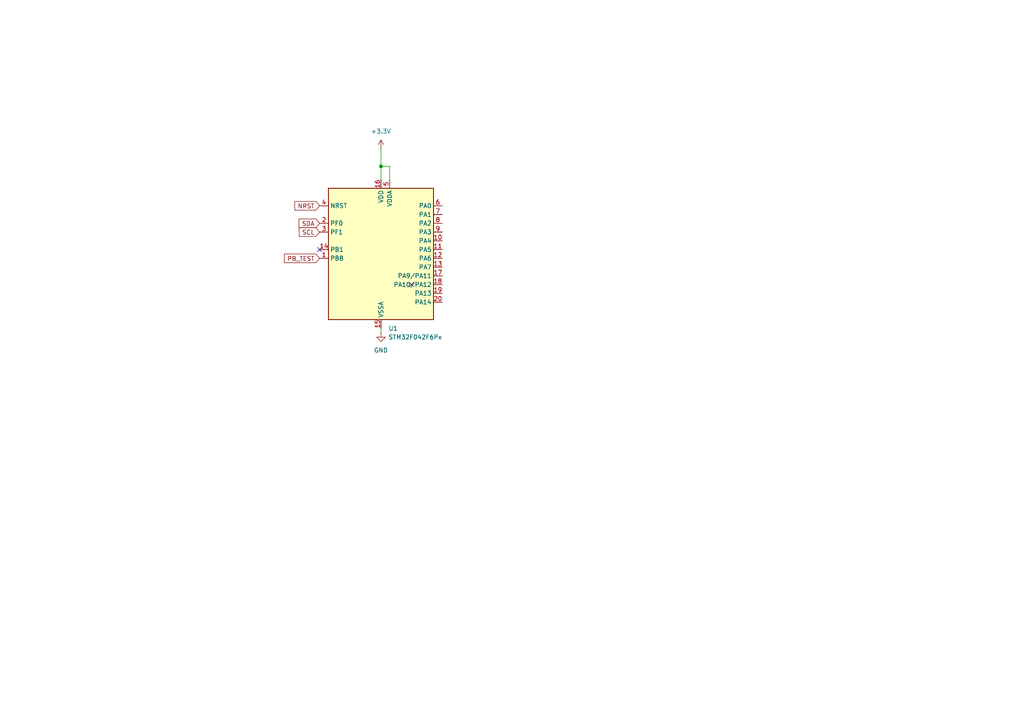
<source format=kicad_sch>
(kicad_sch (version 20250114) (generator "eeschema") (generator_version "9.0")
  (paper "A4")
  (lib_symbols
    (symbol "MCU_ST_STM32F0:STM32F042F6Px"
      (property "Reference" "U" (at -15.24 21.59 0))
      (property "Value" "STM32F042F6Px" (at 5.08 21.59 0))
      (symbol "STM32F042F6Px_0_1"
        (rectangle (start -15.24 -17.78) (end 15.24 20.32) (stroke (width 0.254)) (fill (type background)))
      )
      (symbol "STM32F042F6Px_1_1"
        (pin input line (at -17.78 15.24 0) (length 2.54) (name "NRST") (number "4"))
        (pin bidirectional line (at -17.78 10.16 0) (length 2.54) (name "PF0") (number "2"))
        (pin bidirectional line (at -17.78 7.62 0) (length 2.54) (name "PF1") (number "3"))
        (pin bidirectional line (at -17.78 2.54 0) (length 2.54) (name "PB1") (number "14"))
        (pin bidirectional line (at -17.78 0 0) (length 2.54) (name "PB8") (number "1"))
        (pin power_in line (at 0 22.86 270) (length 2.54) (name "VDD") (number "16"))
        (pin power_in line (at 0 -20.32 90) (length 2.54) (name "VSSA") (number "15"))
        (pin power_in line (at 2.54 22.86 270) (length 2.54) (name "VDDA") (number "5"))
        (pin bidirectional line (at 17.78 15.24 180) (length 2.54) (name "PA0") (number "6"))
        (pin bidirectional line (at 17.78 12.7 180) (length 2.54) (name "PA1") (number "7"))
        (pin bidirectional line (at 17.78 10.16 180) (length 2.54) (name "PA2") (number "8"))
        (pin bidirectional line (at 17.78 7.62 180) (length 2.54) (name "PA3") (number "9"))
        (pin bidirectional line (at 17.78 5.08 180) (length 2.54) (name "PA4") (number "10"))
        (pin bidirectional line (at 17.78 2.54 180) (length 2.54) (name "PA5") (number "11"))
        (pin bidirectional line (at 17.78 0 180) (length 2.54) (name "PA6") (number "12"))
        (pin bidirectional line (at 17.78 -2.54 180) (length 2.54) (name "PA7") (number "13"))
        (pin bidirectional line (at 17.78 -5.08 180) (length 2.54) (name "PA9/PA11") (number "17"))
        (pin bidirectional line (at 17.78 -7.62 180) (length 2.54) (name "PA10/PA12") (number "18"))
        (pin bidirectional line (at 17.78 -10.16 180) (length 2.54) (name "PA13") (number "19"))
        (pin bidirectional line (at 17.78 -12.7 180) (length 2.54) (name "PA14") (number "20"))
      )
    )
    (symbol "power:+3.3V" (power) (pin_numbers (hide yes)) (pin_names (offset 0) (hide yes))
      (property "Value" "+3.3V" (at 0 3.556 0))
      (symbol "+3.3V_0_1"
        (polyline (pts (xy -0.762 1.27) (xy 0 2.54)))
        (polyline (pts (xy 0 2.54) (xy 0.762 1.27)))
        (polyline (pts (xy 0 0) (xy 0 2.54)))
      )
      (symbol "+3.3V_1_1"
        (pin power_in line (at 0 0 90) (length 0) (name "~") (number "1"))
      )
    )
    (symbol "power:GND" (power) (pin_numbers (hide yes)) (pin_names (offset 0) (hide yes))
      (property "Value" "GND" (at 0 -3.81 0))
      (symbol "GND_0_1"
        (polyline (pts (xy 0 0) (xy 0 -1.27) (xy 1.27 -1.27) (xy 0 -2.54) (xy -1.27 -1.27) (xy 0 -1.27)))
      )
      (symbol "GND_1_1"
        (pin power_in line (at 0 0 270) (length 0) (name "~") (number "1"))
      )
    )
  )
  (junction (at 110.49 48.26))
  (no_connect (at 119.38 82.55))
  (no_connect (at 92.71 72.39))
  (wire (pts (xy 110.49 96.52) (xy 110.49 95.25)))
  (wire (pts (xy 113.03 48.26) (xy 113.03 52.07)))
  (wire (pts (xy 110.49 48.26) (xy 113.03 48.26)))
  (wire (pts (xy 110.49 48.26) (xy 110.49 52.07)))
  (wire (pts (xy 110.49 43.18) (xy 110.49 48.26)))
  (global_label "SCL" (shape input) (at 92.71 67.31 180) (property "Intersheetrefs" "${INTERSHEET_REFS}" (effects (hide yes))))
  (global_label "PB_TEST" (shape input) (at 92.71 74.93 180) (property "Intersheetrefs" "${INTERSHEET_REFS}" (effects (hide yes))))
  (global_label "SDA" (shape input) (at 92.71 64.77 180) (property "Intersheetrefs" "${INTERSHEET_REFS}" (effects (hide yes))))
  (global_label "NRST" (shape input) (at 92.71 59.69 180) (property "Intersheetrefs" "${INTERSHEET_REFS}" (effects (hide yes))))
  (symbol (lib_id "power:GND") (at 110.49 96.52 0) (unit 1)
    (property "Reference" "#PWR01" (effects (hide yes)))
    (property "Value" "GND" (at 110.49 101.6 0))
    (property "Description" "Power symbol creates a global label with name \"GND\" , ground" (effects (hide yes)))
  )
  (symbol (lib_id "power:+3.3V") (at 110.49 43.18 0) (unit 1)
    (property "Reference" "#PWR02" (effects (hide yes)))
    (property "Value" "+3.3V" (at 110.49 38.1 0))
    (property "Description" "Power symbol creates a global label with name \"+3.3V\"" (effects (hide yes)))
  )
  (symbol (lib_id "MCU_ST_STM32F0:STM32F042F6Px") (at 110.49 74.93 0) (unit 1)
    (property "Reference" "U1" (at 112.6333 95.25 0) (effects (justify left)))
    (property "Value" "STM32F042F6Px" (at 112.6333 97.79 0) (effects (justify left)))
    (property "Footprint" "Package_SO:TSSOP-20_4.4x6.5mm_P0.65mm" (effects (hide yes)))
    (property "Datasheet" "https://www.st.com/resource/en/datasheet/stm32f042f6.pdf" (effects (hide yes)))
    (property "Description" "STMicroelectronics Arm Cortex-M0 MCU, 32KB flash, 6KB RAM, 48 MHz, 2.0-3.6V, 16 GPIO, TSSOP20" (effects (hide yes)))
  )
)
</source>
